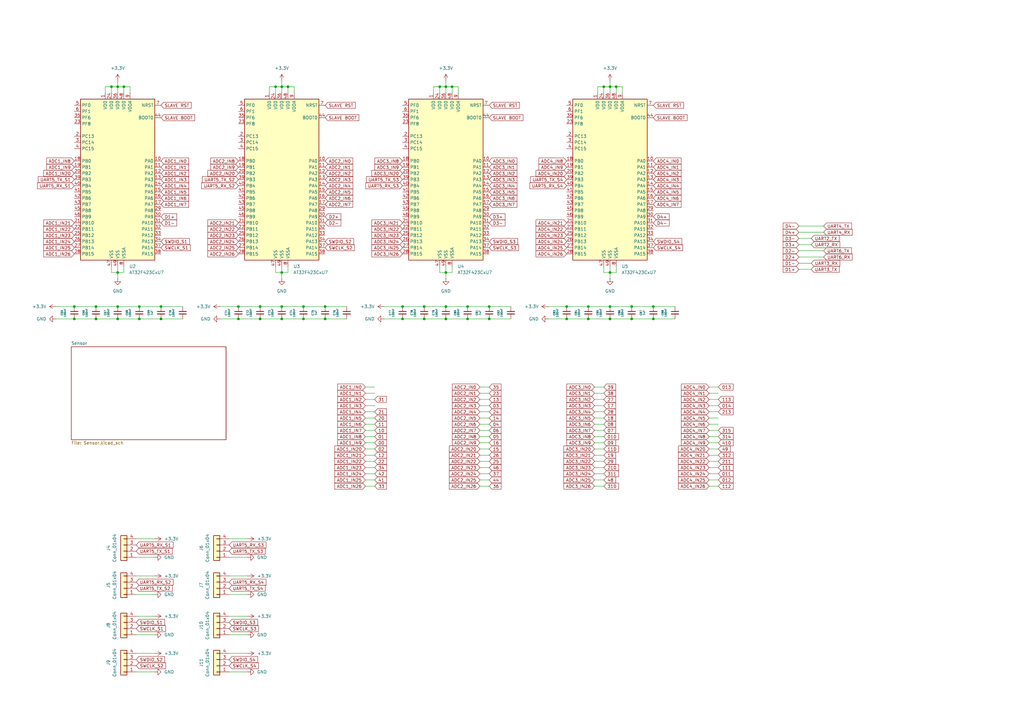
<source format=kicad_sch>
(kicad_sch (version 20231120) (generator "eeschema") (generator_version "8.0")
  (paper "A3")
  (junction (at 182.88 130.81))
  (junction (at 66.04 125.73))
  (junction (at 124.46 125.73))
  (junction (at 133.35 130.81))
  (junction (at 241.3 125.73))
  (junction (at 259.08 130.81))
  (junction (at 232.41 125.73))
  (junction (at 250.19 125.73))
  (junction (at 66.04 130.81))
  (junction (at 97.79 125.73))
  (junction (at 106.68 130.81))
  (junction (at 48.26 125.73))
  (junction (at 182.88 35.56))
  (junction (at 30.48 130.81))
  (junction (at 133.35 125.73))
  (junction (at 247.65 35.56))
  (junction (at 57.15 130.81))
  (junction (at 180.34 35.56))
  (junction (at 165.1 125.73))
  (junction (at 30.48 125.73))
  (junction (at 182.88 125.73))
  (junction (at 267.97 130.81))
  (junction (at 115.57 130.81))
  (junction (at 39.37 130.81))
  (junction (at 115.57 111.76))
  (junction (at 124.46 130.81))
  (junction (at 48.26 130.81))
  (junction (at 45.72 35.56))
  (junction (at 115.57 125.73))
  (junction (at 48.26 111.76))
  (junction (at 173.99 125.73))
  (junction (at 173.99 130.81))
  (junction (at 252.73 35.56))
  (junction (at 191.77 125.73))
  (junction (at 250.19 111.76))
  (junction (at 191.77 130.81))
  (junction (at 250.19 35.56))
  (junction (at 97.79 130.81))
  (junction (at 250.19 130.81))
  (junction (at 185.42 35.56))
  (junction (at 118.11 35.56))
  (junction (at 50.8 35.56))
  (junction (at 39.37 125.73))
  (junction (at 113.03 35.56))
  (junction (at 106.68 125.73))
  (junction (at 241.3 130.81))
  (junction (at 182.88 111.76))
  (junction (at 115.57 35.56))
  (junction (at 267.97 125.73))
  (junction (at 165.1 130.81))
  (junction (at 232.41 130.81))
  (junction (at 200.66 130.81))
  (junction (at 259.08 125.73))
  (junction (at 48.26 35.56))
  (junction (at 200.66 125.73))
  (junction (at 57.15 125.73))
  (wire (pts (xy 243.84 196.85) (xy 247.65 196.85)))
  (wire (pts (xy 149.86 163.83) (xy 153.67 163.83)))
  (wire (pts (xy 149.86 173.99) (xy 153.67 173.99)))
  (wire (pts (xy 45.72 111.76) (xy 48.26 111.76)))
  (wire (pts (xy 185.42 35.56) (xy 187.96 35.56)))
  (wire (pts (xy 252.73 111.76) (xy 252.73 109.22)))
  (wire (pts (xy 113.03 111.76) (xy 115.57 111.76)))
  (wire (pts (xy 57.15 130.81) (xy 66.04 130.81)))
  (wire (pts (xy 115.57 125.73) (xy 124.46 125.73)))
  (wire (pts (xy 39.37 125.73) (xy 48.26 125.73)))
  (wire (pts (xy 290.83 176.53) (xy 294.64 176.53)))
  (wire (pts (xy 48.26 111.76) (xy 50.8 111.76)))
  (wire (pts (xy 177.8 35.56) (xy 180.34 35.56)))
  (wire (pts (xy 118.11 35.56) (xy 120.65 35.56)))
  (wire (pts (xy 290.83 163.83) (xy 294.64 163.83)))
  (wire (pts (xy 124.46 130.81) (xy 133.35 130.81)))
  (wire (pts (xy 50.8 35.56) (xy 53.34 35.56)))
  (wire (pts (xy 243.84 171.45) (xy 247.65 171.45)))
  (wire (pts (xy 115.57 111.76) (xy 115.57 114.3)))
  (wire (pts (xy 110.49 38.1) (xy 110.49 35.56)))
  (wire (pts (xy 149.86 171.45) (xy 153.67 171.45)))
  (wire (pts (xy 290.83 191.77) (xy 294.64 191.77)))
  (wire (pts (xy 165.1 125.73) (xy 173.99 125.73)))
  (wire (pts (xy 245.11 38.1) (xy 245.11 35.56)))
  (wire (pts (xy 157.48 130.81) (xy 165.1 130.81)))
  (wire (pts (xy 182.88 125.73) (xy 191.77 125.73)))
  (wire (pts (xy 115.57 35.56) (xy 118.11 35.56)))
  (wire (pts (xy 243.84 161.29) (xy 247.65 161.29)))
  (wire (pts (xy 63.5 260.35) (xy 55.88 260.35)))
  (wire (pts (xy 243.84 158.75) (xy 247.65 158.75)))
  (wire (pts (xy 196.85 186.69) (xy 200.66 186.69)))
  (wire (pts (xy 149.86 179.07) (xy 153.67 179.07)))
  (wire (pts (xy 48.26 111.76) (xy 48.26 114.3)))
  (wire (pts (xy 48.26 33.02) (xy 48.26 35.56)))
  (wire (pts (xy 63.5 228.6) (xy 55.88 228.6)))
  (wire (pts (xy 243.84 168.91) (xy 247.65 168.91)))
  (wire (pts (xy 63.5 220.98) (xy 55.88 220.98)))
  (wire (pts (xy 39.37 130.81) (xy 48.26 130.81)))
  (wire (pts (xy 165.1 130.81) (xy 173.99 130.81)))
  (wire (pts (xy 255.27 35.56) (xy 255.27 38.1)))
  (wire (pts (xy 200.66 130.81) (xy 209.55 130.81)))
  (wire (pts (xy 63.5 243.84) (xy 55.88 243.84)))
  (wire (pts (xy 22.86 130.81) (xy 30.48 130.81)))
  (wire (pts (xy 149.86 191.77) (xy 153.67 191.77)))
  (wire (pts (xy 290.83 196.85) (xy 294.64 196.85)))
  (wire (pts (xy 196.85 181.61) (xy 200.66 181.61)))
  (wire (pts (xy 101.6 275.59) (xy 93.98 275.59)))
  (wire (pts (xy 196.85 171.45) (xy 200.66 171.45)))
  (wire (pts (xy 243.84 191.77) (xy 247.65 191.77)))
  (wire (pts (xy 66.04 125.73) (xy 74.93 125.73)))
  (wire (pts (xy 196.85 184.15) (xy 200.66 184.15)))
  (wire (pts (xy 247.65 35.56) (xy 250.19 35.56)))
  (wire (pts (xy 250.19 35.56) (xy 250.19 38.1)))
  (wire (pts (xy 45.72 35.56) (xy 45.72 38.1)))
  (wire (pts (xy 118.11 35.56) (xy 118.11 38.1)))
  (wire (pts (xy 45.72 109.22) (xy 45.72 111.76)))
  (wire (pts (xy 191.77 125.73) (xy 200.66 125.73)))
  (wire (pts (xy 45.72 35.56) (xy 48.26 35.56)))
  (wire (pts (xy 196.85 166.37) (xy 200.66 166.37)))
  (wire (pts (xy 250.19 111.76) (xy 250.19 114.3)))
  (wire (pts (xy 149.86 158.75) (xy 153.67 158.75)))
  (wire (pts (xy 30.48 125.73) (xy 39.37 125.73)))
  (wire (pts (xy 48.26 125.73) (xy 57.15 125.73)))
  (wire (pts (xy 241.3 125.73) (xy 250.19 125.73)))
  (wire (pts (xy 250.19 33.02) (xy 250.19 35.56)))
  (wire (pts (xy 187.96 35.56) (xy 187.96 38.1)))
  (wire (pts (xy 53.34 35.56) (xy 53.34 38.1)))
  (wire (pts (xy 149.86 166.37) (xy 153.67 166.37)))
  (wire (pts (xy 200.66 125.73) (xy 209.55 125.73)))
  (wire (pts (xy 48.26 35.56) (xy 50.8 35.56)))
  (wire (pts (xy 101.6 220.98) (xy 93.98 220.98)))
  (wire (pts (xy 63.5 267.97) (xy 55.88 267.97)))
  (wire (pts (xy 110.49 35.56) (xy 113.03 35.56)))
  (wire (pts (xy 252.73 35.56) (xy 252.73 38.1)))
  (wire (pts (xy 290.83 194.31) (xy 294.64 194.31)))
  (wire (pts (xy 290.83 199.39) (xy 294.64 199.39)))
  (wire (pts (xy 290.83 166.37) (xy 294.64 166.37)))
  (wire (pts (xy 90.17 130.81) (xy 97.79 130.81)))
  (wire (pts (xy 30.48 130.81) (xy 39.37 130.81)))
  (wire (pts (xy 185.42 35.56) (xy 185.42 38.1)))
  (wire (pts (xy 48.26 130.81) (xy 57.15 130.81)))
  (wire (pts (xy 290.83 168.91) (xy 294.64 168.91)))
  (wire (pts (xy 48.26 35.56) (xy 48.26 38.1)))
  (wire (pts (xy 243.84 173.99) (xy 247.65 173.99)))
  (wire (pts (xy 177.8 38.1) (xy 177.8 35.56)))
  (wire (pts (xy 290.83 173.99) (xy 294.64 173.99)))
  (wire (pts (xy 243.84 166.37) (xy 247.65 166.37)))
  (wire (pts (xy 149.86 184.15) (xy 153.67 184.15)))
  (wire (pts (xy 290.83 189.23) (xy 294.64 189.23)))
  (wire (pts (xy 196.85 199.39) (xy 200.66 199.39)))
  (wire (pts (xy 327.66 102.87) (xy 337.82 102.87)))
  (wire (pts (xy 101.6 267.97) (xy 93.98 267.97)))
  (wire (pts (xy 267.97 125.73) (xy 276.86 125.73)))
  (wire (pts (xy 149.86 196.85) (xy 153.67 196.85)))
  (wire (pts (xy 243.84 199.39) (xy 247.65 199.39)))
  (wire (pts (xy 113.03 109.22) (xy 113.03 111.76)))
  (wire (pts (xy 149.86 181.61) (xy 153.67 181.61)))
  (wire (pts (xy 48.26 109.22) (xy 48.26 111.76)))
  (wire (pts (xy 196.85 179.07) (xy 200.66 179.07)))
  (wire (pts (xy 133.35 125.73) (xy 142.24 125.73)))
  (wire (pts (xy 327.66 105.41) (xy 337.82 105.41)))
  (wire (pts (xy 173.99 130.81) (xy 182.88 130.81)))
  (wire (pts (xy 327.66 110.49) (xy 332.74 110.49)))
  (wire (pts (xy 224.79 130.81) (xy 232.41 130.81)))
  (wire (pts (xy 250.19 125.73) (xy 259.08 125.73)))
  (wire (pts (xy 22.86 125.73) (xy 30.48 125.73)))
  (wire (pts (xy 106.68 125.73) (xy 115.57 125.73)))
  (wire (pts (xy 250.19 111.76) (xy 252.73 111.76)))
  (wire (pts (xy 149.86 194.31) (xy 153.67 194.31)))
  (wire (pts (xy 106.68 130.81) (xy 115.57 130.81)))
  (wire (pts (xy 182.88 35.56) (xy 182.88 38.1)))
  (wire (pts (xy 182.88 109.22) (xy 182.88 111.76)))
  (wire (pts (xy 173.99 125.73) (xy 182.88 125.73)))
  (wire (pts (xy 97.79 130.81) (xy 106.68 130.81)))
  (wire (pts (xy 196.85 189.23) (xy 200.66 189.23)))
  (wire (pts (xy 191.77 130.81) (xy 200.66 130.81)))
  (wire (pts (xy 290.83 161.29) (xy 294.64 161.29)))
  (wire (pts (xy 259.08 125.73) (xy 267.97 125.73)))
  (wire (pts (xy 63.5 236.22) (xy 55.88 236.22)))
  (wire (pts (xy 250.19 35.56) (xy 252.73 35.56)))
  (wire (pts (xy 224.79 125.73) (xy 232.41 125.73)))
  (wire (pts (xy 250.19 109.22) (xy 250.19 111.76)))
  (wire (pts (xy 243.84 176.53) (xy 247.65 176.53)))
  (wire (pts (xy 118.11 111.76) (xy 118.11 109.22)))
  (wire (pts (xy 196.85 191.77) (xy 200.66 191.77)))
  (wire (pts (xy 115.57 33.02) (xy 115.57 35.56)))
  (wire (pts (xy 50.8 35.56) (xy 50.8 38.1)))
  (wire (pts (xy 182.88 130.81) (xy 191.77 130.81)))
  (wire (pts (xy 66.04 130.81) (xy 74.93 130.81)))
  (wire (pts (xy 115.57 111.76) (xy 118.11 111.76)))
  (wire (pts (xy 101.6 228.6) (xy 93.98 228.6)))
  (wire (pts (xy 290.83 184.15) (xy 294.64 184.15)))
  (wire (pts (xy 290.83 186.69) (xy 294.64 186.69)))
  (wire (pts (xy 337.82 92.71) (xy 327.66 92.71)))
  (wire (pts (xy 63.5 275.59) (xy 55.88 275.59)))
  (wire (pts (xy 149.86 161.29) (xy 153.67 161.29)))
  (wire (pts (xy 133.35 130.81) (xy 142.24 130.81)))
  (wire (pts (xy 252.73 35.56) (xy 255.27 35.56)))
  (wire (pts (xy 101.6 260.35) (xy 93.98 260.35)))
  (wire (pts (xy 182.88 35.56) (xy 185.42 35.56)))
  (wire (pts (xy 124.46 125.73) (xy 133.35 125.73)))
  (wire (pts (xy 290.83 171.45) (xy 294.64 171.45)))
  (wire (pts (xy 196.85 158.75) (xy 200.66 158.75)))
  (wire (pts (xy 157.48 125.73) (xy 165.1 125.73)))
  (wire (pts (xy 250.19 130.81) (xy 259.08 130.81)))
  (wire (pts (xy 97.79 125.73) (xy 106.68 125.73)))
  (wire (pts (xy 243.84 194.31) (xy 247.65 194.31)))
  (wire (pts (xy 149.86 168.91) (xy 153.67 168.91)))
  (wire (pts (xy 180.34 109.22) (xy 180.34 111.76)))
  (wire (pts (xy 113.03 35.56) (xy 113.03 38.1)))
  (wire (pts (xy 182.88 33.02) (xy 182.88 35.56)))
  (wire (pts (xy 149.86 176.53) (xy 153.67 176.53)))
  (wire (pts (xy 243.84 186.69) (xy 247.65 186.69)))
  (wire (pts (xy 259.08 130.81) (xy 267.97 130.81)))
  (wire (pts (xy 43.18 38.1) (xy 43.18 35.56)))
  (wire (pts (xy 327.66 107.95) (xy 332.74 107.95)))
  (wire (pts (xy 247.65 109.22) (xy 247.65 111.76)))
  (wire (pts (xy 196.85 161.29) (xy 200.66 161.29)))
  (wire (pts (xy 290.83 181.61) (xy 294.64 181.61)))
  (wire (pts (xy 43.18 35.56) (xy 45.72 35.56)))
  (wire (pts (xy 101.6 243.84) (xy 93.98 243.84)))
  (wire (pts (xy 232.41 130.81) (xy 241.3 130.81)))
  (wire (pts (xy 63.5 252.73) (xy 55.88 252.73)))
  (wire (pts (xy 115.57 35.56) (xy 115.57 38.1)))
  (wire (pts (xy 90.17 125.73) (xy 97.79 125.73)))
  (wire (pts (xy 149.86 199.39) (xy 153.67 199.39)))
  (wire (pts (xy 196.85 196.85) (xy 200.66 196.85)))
  (wire (pts (xy 50.8 111.76) (xy 50.8 109.22)))
  (wire (pts (xy 243.84 181.61) (xy 247.65 181.61)))
  (wire (pts (xy 232.41 125.73) (xy 241.3 125.73)))
  (wire (pts (xy 182.88 111.76) (xy 182.88 114.3)))
  (wire (pts (xy 243.84 163.83) (xy 247.65 163.83)))
  (wire (pts (xy 101.6 252.73) (xy 93.98 252.73)))
  (wire (pts (xy 149.86 186.69) (xy 153.67 186.69)))
  (wire (pts (xy 290.83 179.07) (xy 294.64 179.07)))
  (wire (pts (xy 247.65 35.56) (xy 247.65 38.1)))
  (wire (pts (xy 243.84 179.07) (xy 247.65 179.07)))
  (wire (pts (xy 149.86 189.23) (xy 153.67 189.23)))
  (wire (pts (xy 290.83 158.75) (xy 294.64 158.75)))
  (wire (pts (xy 196.85 176.53) (xy 200.66 176.53)))
  (wire (pts (xy 243.84 189.23) (xy 247.65 189.23)))
  (wire (pts (xy 57.15 125.73) (xy 66.04 125.73)))
  (wire (pts (xy 180.34 35.56) (xy 182.88 35.56)))
  (wire (pts (xy 327.66 97.79) (xy 332.74 97.79)))
  (wire (pts (xy 243.84 184.15) (xy 247.65 184.15)))
  (wire (pts (xy 196.85 194.31) (xy 200.66 194.31)))
  (wire (pts (xy 115.57 130.81) (xy 124.46 130.81)))
  (wire (pts (xy 180.34 35.56) (xy 180.34 38.1)))
  (wire (pts (xy 247.65 111.76) (xy 250.19 111.76)))
  (wire (pts (xy 241.3 130.81) (xy 250.19 130.81)))
  (wire (pts (xy 115.57 109.22) (xy 115.57 111.76)))
  (wire (pts (xy 337.82 95.25) (xy 327.66 95.25)))
  (wire (pts (xy 245.11 35.56) (xy 247.65 35.56)))
  (wire (pts (xy 327.66 100.33) (xy 332.74 100.33)))
  (wire (pts (xy 101.6 236.22) (xy 93.98 236.22)))
  (wire (pts (xy 180.34 111.76) (xy 182.88 111.76)))
  (wire (pts (xy 267.97 130.81) (xy 276.86 130.81)))
  (wire (pts (xy 196.85 163.83) (xy 200.66 163.83)))
  (wire (pts (xy 182.88 111.76) (xy 185.42 111.76)))
  (wire (pts (xy 185.42 111.76) (xy 185.42 109.22)))
  (wire (pts (xy 196.85 173.99) (xy 200.66 173.99)))
  (wire (pts (xy 113.03 35.56) (xy 115.57 35.56)))
  (wire (pts (xy 196.85 168.91) (xy 200.66 168.91)))
  (wire (pts (xy 120.65 35.56) (xy 120.65 38.1)))
  (global_label "SWDIO_S4" (shape input) (at 267.97 99.06 0) (property "Intersheetrefs" "${INTERSHEET_REFS}" (effects (hide yes))))
  (global_label "ADC1_IN22" (shape input) (at 30.48 93.98 180) (property "Intersheetrefs" "${INTERSHEET_REFS}" (effects (hide yes))))
  (global_label "UART5_TX_S3" (shape input) (at 93.98 226.06 0) (property "Intersheetrefs" "${INTERSHEET_REFS}" (effects (hide yes))))
  (global_label "ADC1_IN20" (shape input) (at 149.86 184.15 180) (property "Intersheetrefs" "${INTERSHEET_REFS}" (effects (hide yes))))
  (global_label "ADC3_IN4" (shape input) (at 200.66 76.2 0) (property "Intersheetrefs" "${INTERSHEET_REFS}" (effects (hide yes))))
  (global_label "ADC1_IN5" (shape input) (at 149.86 171.45 180) (property "Intersheetrefs" "${INTERSHEET_REFS}" (effects (hide yes))))
  (global_label "18" (shape input) (at 247.65 171.45 0) (property "Intersheetrefs" "${INTERSHEET_REFS}" (effects (hide yes))))
  (global_label "39" (shape input) (at 247.65 158.75 0) (property "Intersheetrefs" "${INTERSHEET_REFS}" (effects (hide yes))))
  (global_label "ADC3_IN5" (shape input) (at 200.66 78.74 0) (property "Intersheetrefs" "${INTERSHEET_REFS}" (effects (hide yes))))
  (global_label "ADC2_IN4" (shape input) (at 133.35 76.2 0) (property "Intersheetrefs" "${INTERSHEET_REFS}" (effects (hide yes))))
  (global_label "42" (shape input) (at 153.67 194.31 0) (property "Intersheetrefs" "${INTERSHEET_REFS}" (effects (hide yes))))
  (global_label "D2+" (shape input) (at 327.66 105.41 180) (property "Intersheetrefs" "${INTERSHEET_REFS}" (effects (hide yes))))
  (global_label "12" (shape input) (at 153.67 186.69 0) (property "Intersheetrefs" "${INTERSHEET_REFS}" (effects (hide yes))))
  (global_label "07" (shape input) (at 247.65 176.53 0) (property "Intersheetrefs" "${INTERSHEET_REFS}" (effects (hide yes))))
  (global_label "SLAVE BOOT" (shape input) (at 200.66 48.26 0) (property "Intersheetrefs" "${INTERSHEET_REFS}" (effects (hide yes))))
  (global_label "20" (shape input) (at 153.67 171.45 0) (property "Intersheetrefs" "${INTERSHEET_REFS}" (effects (hide yes))))
  (global_label "ADC3_IN8" (shape input) (at 165.1 66.04 180) (property "Intersheetrefs" "${INTERSHEET_REFS}" (effects (hide yes))))
  (global_label "UART5_TX_S2" (shape input) (at 55.88 241.3 0) (property "Intersheetrefs" "${INTERSHEET_REFS}" (effects (hide yes))))
  (global_label "10" (shape input) (at 153.67 176.53 0) (property "Intersheetrefs" "${INTERSHEET_REFS}" (effects (hide yes))))
  (global_label "ADC4_IN8" (shape input) (at 290.83 179.07 180) (property "Intersheetrefs" "${INTERSHEET_REFS}" (effects (hide yes))))
  (global_label "ADC4_IN0" (shape input) (at 267.97 66.04 0) (property "Intersheetrefs" "${INTERSHEET_REFS}" (effects (hide yes))))
  (global_label "ADC1_IN0" (shape input) (at 66.04 66.04 0) (property "Intersheetrefs" "${INTERSHEET_REFS}" (effects (hide yes))))
  (global_label "ADC2_IN22" (shape input) (at 196.85 189.23 180) (property "Intersheetrefs" "${INTERSHEET_REFS}" (effects (hide yes))))
  (global_label "211" (shape input) (at 294.64 189.23 0) (property "Intersheetrefs" "${INTERSHEET_REFS}" (effects (hide yes))))
  (global_label "ADC1_IN24" (shape input) (at 30.48 99.06 180) (property "Intersheetrefs" "${INTERSHEET_REFS}" (effects (hide yes))))
  (global_label "ADC4_IN23" (shape input) (at 290.83 191.77 180) (property "Intersheetrefs" "${INTERSHEET_REFS}" (effects (hide yes))))
  (global_label "34" (shape input) (at 153.67 191.77 0) (property "Intersheetrefs" "${INTERSHEET_REFS}" (effects (hide yes))))
  (global_label "UART5_RX_S1" (shape input) (at 30.48 76.2 180) (property "Intersheetrefs" "${INTERSHEET_REFS}" (effects (hide yes))))
  (global_label "23" (shape input) (at 200.66 161.29 0) (property "Intersheetrefs" "${INTERSHEET_REFS}" (effects (hide yes))))
  (global_label "ADC1_IN21" (shape input) (at 30.48 91.44 180) (property "Intersheetrefs" "${INTERSHEET_REFS}" (effects (hide yes))))
  (global_label "ADC2_IN7" (shape input) (at 196.85 176.53 180) (property "Intersheetrefs" "${INTERSHEET_REFS}" (effects (hide yes))))
  (global_label "13" (shape input) (at 200.66 163.83 0) (property "Intersheetrefs" "${INTERSHEET_REFS}" (effects (hide yes))))
  (global_label "111" (shape input) (at 294.64 191.77 0) (property "Intersheetrefs" "${INTERSHEET_REFS}" (effects (hide yes))))
  (global_label "ADC2_IN6" (shape input) (at 133.35 81.28 0) (property "Intersheetrefs" "${INTERSHEET_REFS}" (effects (hide yes))))
  (global_label "ADC4_IN3" (shape input) (at 267.97 73.66 0) (property "Intersheetrefs" "${INTERSHEET_REFS}" (effects (hide yes))))
  (global_label "ADC2_IN8" (shape input) (at 97.79 66.04 180) (property "Intersheetrefs" "${INTERSHEET_REFS}" (effects (hide yes))))
  (global_label "SWCLK_S3" (shape input) (at 93.98 257.81 0) (property "Intersheetrefs" "${INTERSHEET_REFS}" (effects (hide yes))))
  (global_label "33" (shape input) (at 153.67 199.39 0) (property "Intersheetrefs" "${INTERSHEET_REFS}" (effects (hide yes))))
  (global_label "26" (shape input) (at 200.66 186.69 0) (property "Intersheetrefs" "${INTERSHEET_REFS}" (effects (hide yes))))
  (global_label "UART5_TX_S4" (shape input) (at 93.98 241.3 0) (property "Intersheetrefs" "${INTERSHEET_REFS}" (effects (hide yes))))
  (global_label "SWDIO_S3" (shape input) (at 93.98 255.27 0) (property "Intersheetrefs" "${INTERSHEET_REFS}" (effects (hide yes))))
  (global_label "D1-" (shape input) (at 327.66 107.95 180) (property "Intersheetrefs" "${INTERSHEET_REFS}" (effects (hide yes))))
  (global_label "UART2_RX" (shape input) (at 332.74 100.33 0) (property "Intersheetrefs" "${INTERSHEET_REFS}" (effects (hide yes))))
  (global_label "ADC2_IN23" (shape input) (at 97.79 96.52 180) (property "Intersheetrefs" "${INTERSHEET_REFS}" (effects (hide yes))))
  (global_label "ADC2_IN0" (shape input) (at 196.85 158.75 180) (property "Intersheetrefs" "${INTERSHEET_REFS}" (effects (hide yes))))
  (global_label "SLAVE BOOT" (shape input) (at 133.35 48.26 0) (property "Intersheetrefs" "${INTERSHEET_REFS}" (effects (hide yes))))
  (global_label "ADC4_IN3" (shape input) (at 290.83 166.37 180) (property "Intersheetrefs" "${INTERSHEET_REFS}" (effects (hide yes))))
  (global_label "D3-" (shape input) (at 327.66 97.79 180) (property "Intersheetrefs" "${INTERSHEET_REFS}" (effects (hide yes))))
  (global_label "ADC3_IN24" (shape input) (at 243.84 194.31 180) (property "Intersheetrefs" "${INTERSHEET_REFS}" (effects (hide yes))))
  (global_label "36" (shape input) (at 200.66 199.39 0) (property "Intersheetrefs" "${INTERSHEET_REFS}" (effects (hide yes))))
  (global_label "02" (shape input) (at 153.67 184.15 0) (property "Intersheetrefs" "${INTERSHEET_REFS}" (effects (hide yes))))
  (global_label "SWCLK_S4" (shape input) (at 267.97 101.6 0) (property "Intersheetrefs" "${INTERSHEET_REFS}" (effects (hide yes))))
  (global_label "ADC3_IN20" (shape input) (at 243.84 184.15 180) (property "Intersheetrefs" "${INTERSHEET_REFS}" (effects (hide yes))))
  (global_label "27" (shape input) (at 247.65 163.83 0) (property "Intersheetrefs" "${INTERSHEET_REFS}" (effects (hide yes))))
  (global_label "ADC3_IN0" (shape input) (at 243.84 158.75 180) (property "Intersheetrefs" "${INTERSHEET_REFS}" (effects (hide yes))))
  (global_label "ADC1_IN22" (shape input) (at 149.86 189.23 180) (property "Intersheetrefs" "${INTERSHEET_REFS}" (effects (hide yes))))
  (global_label "312" (shape input) (at 294.64 186.69 0) (property "Intersheetrefs" "${INTERSHEET_REFS}" (effects (hide yes))))
  (global_label "ADC2_IN4" (shape input) (at 196.85 168.91 180) (property "Intersheetrefs" "${INTERSHEET_REFS}" (effects (hide yes))))
  (global_label "UART5_TX_S1" (shape input) (at 30.48 73.66 180) (property "Intersheetrefs" "${INTERSHEET_REFS}" (effects (hide yes))))
  (global_label "ADC3_IN25" (shape input) (at 165.1 101.6 180) (property "Intersheetrefs" "${INTERSHEET_REFS}" (effects (hide yes))))
  (global_label "D1-" (shape input) (at 66.04 91.44 0) (property "Intersheetrefs" "${INTERSHEET_REFS}" (effects (hide yes))))
  (global_label "ADC1_IN6" (shape input) (at 66.04 81.28 0) (property "Intersheetrefs" "${INTERSHEET_REFS}" (effects (hide yes))))
  (global_label "ADC4_IN22" (shape input) (at 290.83 189.23 180) (property "Intersheetrefs" "${INTERSHEET_REFS}" (effects (hide yes))))
  (global_label "ADC2_IN21" (shape input) (at 97.79 91.44 180) (property "Intersheetrefs" "${INTERSHEET_REFS}" (effects (hide yes))))
  (global_label "06" (shape input) (at 200.66 176.53 0) (property "Intersheetrefs" "${INTERSHEET_REFS}" (effects (hide yes))))
  (global_label "ADC4_IN5" (shape input) (at 290.83 171.45 180) (property "Intersheetrefs" "${INTERSHEET_REFS}" (effects (hide yes))))
  (global_label "315" (shape input) (at 294.64 176.53 0) (property "Intersheetrefs" "${INTERSHEET_REFS}" (effects (hide yes))))
  (global_label "012" (shape input) (at 294.64 196.85 0) (property "Intersheetrefs" "${INTERSHEET_REFS}" (effects (hide yes))))
  (global_label "01" (shape input) (at 153.67 179.07 0) (property "Intersheetrefs" "${INTERSHEET_REFS}" (effects (hide yes))))
  (global_label "112" (shape input) (at 294.64 199.39 0) (property "Intersheetrefs" "${INTERSHEET_REFS}" (effects (hide yes))))
  (global_label "19" (shape input) (at 247.65 186.69 0) (property "Intersheetrefs" "${INTERSHEET_REFS}" (effects (hide yes))))
  (global_label "ADC4_IN25" (shape input) (at 232.41 101.6 180) (property "Intersheetrefs" "${INTERSHEET_REFS}" (effects (hide yes))))
  (global_label "SWDIO_S1" (shape input) (at 66.04 99.06 0) (property "Intersheetrefs" "${INTERSHEET_REFS}" (effects (hide yes))))
  (global_label "ADC4_IN23" (shape input) (at 232.41 96.52 180) (property "Intersheetrefs" "${INTERSHEET_REFS}" (effects (hide yes))))
  (global_label "SWCLK_S3" (shape input) (at 200.66 101.6 0) (property "Intersheetrefs" "${INTERSHEET_REFS}" (effects (hide yes))))
  (global_label "ADC1_IN7" (shape input) (at 66.04 83.82 0) (property "Intersheetrefs" "${INTERSHEET_REFS}" (effects (hide yes))))
  (global_label "41" (shape input) (at 153.67 196.85 0) (property "Intersheetrefs" "${INTERSHEET_REFS}" (effects (hide yes))))
  (global_label "ADC3_IN23" (shape input) (at 243.84 191.77 180) (property "Intersheetrefs" "${INTERSHEET_REFS}" (effects (hide yes))))
  (global_label "ADC3_IN20" (shape input) (at 165.1 71.12 180) (property "Intersheetrefs" "${INTERSHEET_REFS}" (effects (hide yes))))
  (global_label "ADC4_IN26" (shape input) (at 232.41 104.14 180) (property "Intersheetrefs" "${INTERSHEET_REFS}" (effects (hide yes))))
  (global_label "ADC4_IN9" (shape input) (at 232.41 68.58 180) (property "Intersheetrefs" "${INTERSHEET_REFS}" (effects (hide yes))))
  (global_label "ADC4_IN0" (shape input) (at 290.83 158.75 180) (property "Intersheetrefs" "${INTERSHEET_REFS}" (effects (hide yes))))
  (global_label "16" (shape input) (at 200.66 181.61 0) (property "Intersheetrefs" "${INTERSHEET_REFS}" (effects (hide yes))))
  (global_label "ADC1_IN3" (shape input) (at 66.04 73.66 0) (property "Intersheetrefs" "${INTERSHEET_REFS}" (effects (hide yes))))
  (global_label "ADC1_IN25" (shape input) (at 30.48 101.6 180) (property "Intersheetrefs" "${INTERSHEET_REFS}" (effects (hide yes))))
  (global_label "UART5_TX_S2" (shape input) (at 97.79 73.66 180) (property "Intersheetrefs" "${INTERSHEET_REFS}" (effects (hide yes))))
  (global_label "ADC4_IN22" (shape input) (at 232.41 93.98 180) (property "Intersheetrefs" "${INTERSHEET_REFS}" (effects (hide yes))))
  (global_label "314" (shape input) (at 294.64 179.07 0) (property "Intersheetrefs" "${INTERSHEET_REFS}" (effects (hide yes))))
  (global_label "ADC4_IN2" (shape input) (at 290.83 163.83 180) (property "Intersheetrefs" "${INTERSHEET_REFS}" (effects (hide yes))))
  (global_label "ADC3_IN24" (shape input) (at 165.1 99.06 180) (property "Intersheetrefs" "${INTERSHEET_REFS}" (effects (hide yes))))
  (global_label "SWCLK_S1" (shape input) (at 55.88 257.81 0) (property "Intersheetrefs" "${INTERSHEET_REFS}" (effects (hide yes))))
  (global_label "38" (shape input) (at 247.65 161.29 0) (property "Intersheetrefs" "${INTERSHEET_REFS}" (effects (hide yes))))
  (global_label "ADC1_IN25" (shape input) (at 149.86 196.85 180) (property "Intersheetrefs" "${INTERSHEET_REFS}" (effects (hide yes))))
  (global_label "D3+" (shape input) (at 200.66 88.9 0) (property "Intersheetrefs" "${INTERSHEET_REFS}" (effects (hide yes))))
  (global_label "ADC2_IN3" (shape input) (at 133.35 73.66 0) (property "Intersheetrefs" "${INTERSHEET_REFS}" (effects (hide yes))))
  (global_label "ADC3_IN25" (shape input) (at 243.84 196.85 180) (property "Intersheetrefs" "${INTERSHEET_REFS}" (effects (hide yes))))
  (global_label "010" (shape input) (at 247.65 179.07 0) (property "Intersheetrefs" "${INTERSHEET_REFS}" (effects (hide yes))))
  (global_label "UART6_RX" (shape input) (at 337.82 105.41 0) (property "Intersheetrefs" "${INTERSHEET_REFS}" (effects (hide yes))))
  (global_label "ADC4_IN4" (shape input) (at 267.97 76.2 0) (property "Intersheetrefs" "${INTERSHEET_REFS}" (effects (hide yes))))
  (global_label "ADC2_IN5" (shape input) (at 196.85 171.45 180) (property "Intersheetrefs" "${INTERSHEET_REFS}" (effects (hide yes))))
  (global_label "D3+" (shape input) (at 327.66 100.33 180) (property "Intersheetrefs" "${INTERSHEET_REFS}" (effects (hide yes))))
  (global_label "04" (shape input) (at 200.66 173.99 0) (property "Intersheetrefs" "${INTERSHEET_REFS}" (effects (hide yes))))
  (global_label "ADC1_IN26" (shape input) (at 30.48 104.14 180) (property "Intersheetrefs" "${INTERSHEET_REFS}" (effects (hide yes))))
  (global_label "014" (shape input) (at 294.64 166.37 0) (property "Intersheetrefs" "${INTERSHEET_REFS}" (effects (hide yes))))
  (global_label "ADC3_IN0" (shape input) (at 200.66 66.04 0) (property "Intersheetrefs" "${INTERSHEET_REFS}" (effects (hide yes))))
  (global_label "ADC3_IN6" (shape input) (at 243.84 173.99 180) (property "Intersheetrefs" "${INTERSHEET_REFS}" (effects (hide yes))))
  (global_label "311" (shape input) (at 247.65 194.31 0) (property "Intersheetrefs" "${INTERSHEET_REFS}" (effects (hide yes))))
  (global_label "SWCLK_S2" (shape input) (at 55.88 273.05 0) (property "Intersheetrefs" "${INTERSHEET_REFS}" (effects (hide yes))))
  (global_label "ADC3_IN22" (shape input) (at 243.84 189.23 180) (property "Intersheetrefs" "${INTERSHEET_REFS}" (effects (hide yes))))
  (global_label "UART5_TX_S1" (shape input) (at 55.88 226.06 0) (property "Intersheetrefs" "${INTERSHEET_REFS}" (effects (hide yes))))
  (global_label "ADC1_IN1" (shape input) (at 66.04 68.58 0) (property "Intersheetrefs" "${INTERSHEET_REFS}" (effects (hide yes))))
  (global_label "ADC1_IN24" (shape input) (at 149.86 194.31 180) (property "Intersheetrefs" "${INTERSHEET_REFS}" (effects (hide yes))))
  (global_label "UART5_RX_S3" (shape input) (at 165.1 76.2 180) (property "Intersheetrefs" "${INTERSHEET_REFS}" (effects (hide yes))))
  (global_label "ADC2_IN25" (shape input) (at 196.85 196.85 180) (property "Intersheetrefs" "${INTERSHEET_REFS}" (effects (hide yes))))
  (global_label "D1+" (shape input) (at 66.04 88.9 0) (property "Intersheetrefs" "${INTERSHEET_REFS}" (effects (hide yes))))
  (global_label "03" (shape input) (at 200.66 166.37 0) (property "Intersheetrefs" "${INTERSHEET_REFS}" (effects (hide yes))))
  (global_label "ADC4_IN4" (shape input) (at 290.83 168.91 180) (property "Intersheetrefs" "${INTERSHEET_REFS}" (effects (hide yes))))
  (global_label "210" (shape input) (at 247.65 191.77 0) (property "Intersheetrefs" "${INTERSHEET_REFS}" (effects (hide yes))))
  (global_label "ADC3_IN3" (shape input) (at 200.66 73.66 0) (property "Intersheetrefs" "${INTERSHEET_REFS}" (effects (hide yes))))
  (global_label "SLAVE RST" (shape input) (at 66.04 43.18 0) (property "Intersheetrefs" "${INTERSHEET_REFS}" (effects (hide yes))))
  (global_label "ADC3_IN2" (shape input) (at 243.84 163.83 180) (property "Intersheetrefs" "${INTERSHEET_REFS}" (effects (hide yes))))
  (global_label "ADC2_IN1" (shape input) (at 196.85 161.29 180) (property "Intersheetrefs" "${INTERSHEET_REFS}" (effects (hide yes))))
  (global_label "D2-" (shape input) (at 133.35 91.44 0) (property "Intersheetrefs" "${INTERSHEET_REFS}" (effects (hide yes))))
  (global_label "ADC4_IN25" (shape input) (at 290.83 196.85 180) (property "Intersheetrefs" "${INTERSHEET_REFS}" (effects (hide yes))))
  (global_label "ADC2_IN20" (shape input) (at 196.85 184.15 180) (property "Intersheetrefs" "${INTERSHEET_REFS}" (effects (hide yes))))
  (global_label "17" (shape input) (at 247.65 166.37 0) (property "Intersheetrefs" "${INTERSHEET_REFS}" (effects (hide yes))))
  (global_label "00" (shape input) (at 153.67 181.61 0) (property "Intersheetrefs" "${INTERSHEET_REFS}" (effects (hide yes))))
  (global_label "UART4_TX" (shape input) (at 337.82 92.71 0) (property "Intersheetrefs" "${INTERSHEET_REFS}" (effects (hide yes))))
  (global_label "29" (shape input) (at 247.65 189.23 0) (property "Intersheetrefs" "${INTERSHEET_REFS}" (effects (hide yes))))
  (global_label "SLAVE RST" (shape input) (at 200.66 43.18 0) (property "Intersheetrefs" "${INTERSHEET_REFS}" (effects (hide yes))))
  (global_label "21" (shape input) (at 153.67 168.91 0) (property "Intersheetrefs" "${INTERSHEET_REFS}" (effects (hide yes))))
  (global_label "ADC2_IN22" (shape input) (at 97.79 93.98 180) (property "Intersheetrefs" "${INTERSHEET_REFS}" (effects (hide yes))))
  (global_label "ADC3_IN7" (shape input) (at 200.66 83.82 0) (property "Intersheetrefs" "${INTERSHEET_REFS}" (effects (hide yes))))
  (global_label "UART3_TX" (shape input) (at 332.74 110.49 0) (property "Intersheetrefs" "${INTERSHEET_REFS}" (effects (hide yes))))
  (global_label "25" (shape input) (at 200.66 189.23 0) (property "Intersheetrefs" "${INTERSHEET_REFS}" (effects (hide yes))))
  (global_label "ADC4_IN7" (shape input) (at 290.83 176.53 180) (property "Intersheetrefs" "${INTERSHEET_REFS}" (effects (hide yes))))
  (global_label "D4+" (shape input) (at 267.97 88.9 0) (property "Intersheetrefs" "${INTERSHEET_REFS}" (effects (hide yes))))
  (global_label "SLAVE BOOT" (shape input) (at 66.04 48.26 0) (property "Intersheetrefs" "${INTERSHEET_REFS}" (effects (hide yes))))
  (global_label "24" (shape input) (at 200.66 168.91 0) (property "Intersheetrefs" "${INTERSHEET_REFS}" (effects (hide yes))))
  (global_label "D4-" (shape input) (at 327.66 92.71 180) (property "Intersheetrefs" "${INTERSHEET_REFS}" (effects (hide yes))))
  (global_label "SWCLK_S4" (shape input) (at 93.98 273.05 0) (property "Intersheetrefs" "${INTERSHEET_REFS}" (effects (hide yes))))
  (global_label "ADC2_IN9" (shape input) (at 196.85 181.61 180) (property "Intersheetrefs" "${INTERSHEET_REFS}" (effects (hide yes))))
  (global_label "ADC3_IN26" (shape input) (at 243.84 199.39 180) (property "Intersheetrefs" "${INTERSHEET_REFS}" (effects (hide yes))))
  (global_label "ADC4_IN1" (shape input) (at 290.83 161.29 180) (property "Intersheetrefs" "${INTERSHEET_REFS}" (effects (hide yes))))
  (global_label "D4+" (shape input) (at 327.66 95.25 180) (property "Intersheetrefs" "${INTERSHEET_REFS}" (effects (hide yes))))
  (global_label "ADC4_IN20" (shape input) (at 232.41 71.12 180) (property "Intersheetrefs" "${INTERSHEET_REFS}" (effects (hide yes))))
  (global_label "SWDIO_S2" (shape input) (at 55.88 270.51 0) (property "Intersheetrefs" "${INTERSHEET_REFS}" (effects (hide yes))))
  (global_label "ADC2_IN0" (shape input) (at 133.35 66.04 0) (property "Intersheetrefs" "${INTERSHEET_REFS}" (effects (hide yes))))
  (global_label "UART2_TX" (shape input) (at 332.74 97.79 0) (property "Intersheetrefs" "${INTERSHEET_REFS}" (effects (hide yes))))
  (global_label "ADC3_IN7" (shape input) (at 243.84 176.53 180) (property "Intersheetrefs" "${INTERSHEET_REFS}" (effects (hide yes))))
  (global_label "ADC1_IN20" (shape input) (at 30.48 71.12 180) (property "Intersheetrefs" "${INTERSHEET_REFS}" (effects (hide yes))))
  (global_label "D4-" (shape input) (at 267.97 91.44 0) (property "Intersheetrefs" "${INTERSHEET_REFS}" (effects (hide yes))))
  (global_label "ADC1_IN7" (shape input) (at 149.86 176.53 180) (property "Intersheetrefs" "${INTERSHEET_REFS}" (effects (hide yes))))
  (global_label "ADC4_IN21" (shape input) (at 290.83 186.69 180) (property "Intersheetrefs" "${INTERSHEET_REFS}" (effects (hide yes))))
  (global_label "ADC3_IN23" (shape input) (at 165.1 96.52 180) (property "Intersheetrefs" "${INTERSHEET_REFS}" (effects (hide yes))))
  (global_label "05" (shape input) (at 200.66 179.07 0) (property "Intersheetrefs" "${INTERSHEET_REFS}" (effects (hide yes))))
  (global_label "ADC2_IN3" (shape input) (at 196.85 166.37 180) (property "Intersheetrefs" "${INTERSHEET_REFS}" (effects (hide yes))))
  (global_label "SLAVE RST" (shape input) (at 133.35 43.18 0) (property "Intersheetrefs" "${INTERSHEET_REFS}" (effects (hide yes))))
  (global_label "ADC1_IN4" (shape input) (at 149.86 168.91 180) (property "Intersheetrefs" "${INTERSHEET_REFS}" (effects (hide yes))))
  (global_label "28" (shape input) (at 247.65 168.91 0) (property "Intersheetrefs" "${INTERSHEET_REFS}" (effects (hide yes))))
  (global_label "ADC2_IN21" (shape input) (at 196.85 186.69 180) (property "Intersheetrefs" "${INTERSHEET_REFS}" (effects (hide yes))))
  (global_label "D1+" (shape input) (at 327.66 110.49 180) (property "Intersheetrefs" "${INTERSHEET_REFS}" (effects (hide yes))))
  (global_label "ADC4_IN24" (shape input) (at 290.83 194.31 180) (property "Intersheetrefs" "${INTERSHEET_REFS}" (effects (hide yes))))
  (global_label "ADC4_IN5" (shape input) (at 267.97 78.74 0) (property "Intersheetrefs" "${INTERSHEET_REFS}" (effects (hide yes))))
  (global_label "ADC2_IN2" (shape input) (at 196.85 163.83 180) (property "Intersheetrefs" "${INTERSHEET_REFS}" (effects (hide yes))))
  (global_label "35" (shape input) (at 200.66 158.75 0) (property "Intersheetrefs" "${INTERSHEET_REFS}" (effects (hide yes))))
  (global_label "ADC3_IN5" (shape input) (at 243.84 171.45 180) (property "Intersheetrefs" "${INTERSHEET_REFS}" (effects (hide yes))))
  (global_label "ADC4_IN1" (shape input) (at 267.97 68.58 0) (property "Intersheetrefs" "${INTERSHEET_REFS}" (effects (hide yes))))
  (global_label "ADC1_IN8" (shape input) (at 149.86 179.07 180) (property "Intersheetrefs" "${INTERSHEET_REFS}" (effects (hide yes))))
  (global_label "22" (shape input) (at 153.67 189.23 0) (property "Intersheetrefs" "${INTERSHEET_REFS}" (effects (hide yes))))
  (global_label "ADC4_IN6" (shape input) (at 267.97 81.28 0) (property "Intersheetrefs" "${INTERSHEET_REFS}" (effects (hide yes))))
  (global_label "ADC2_IN23" (shape input) (at 196.85 191.77 180) (property "Intersheetrefs" "${INTERSHEET_REFS}" (effects (hide yes))))
  (global_label "SWCLK_S1" (shape input) (at 66.04 101.6 0) (property "Intersheetrefs" "${INTERSHEET_REFS}" (effects (hide yes))))
  (global_label "ADC1_IN4" (shape input) (at 66.04 76.2 0) (property "Intersheetrefs" "${INTERSHEET_REFS}" (effects (hide yes))))
  (global_label "ADC1_IN9" (shape input) (at 30.48 68.58 180) (property "Intersheetrefs" "${INTERSHEET_REFS}" (effects (hide yes))))
  (global_label "ADC3_IN26" (shape input) (at 165.1 104.14 180) (property "Intersheetrefs" "${INTERSHEET_REFS}" (effects (hide yes))))
  (global_label "ADC2_IN25" (shape input) (at 97.79 101.6 180) (property "Intersheetrefs" "${INTERSHEET_REFS}" (effects (hide yes))))
  (global_label "UART5_RX_S2" (shape input) (at 97.79 76.2 180) (property "Intersheetrefs" "${INTERSHEET_REFS}" (effects (hide yes))))
  (global_label "ADC3_IN1" (shape input) (at 243.84 161.29 180) (property "Intersheetrefs" "${INTERSHEET_REFS}" (effects (hide yes))))
  (global_label "UART5_RX_S3" (shape input) (at 93.98 223.52 0) (property "Intersheetrefs" "${INTERSHEET_REFS}" (effects (hide yes))))
  (global_label "ADC4_IN9" (shape input) (at 290.83 181.61 180) (property "Intersheetrefs" "${INTERSHEET_REFS}" (effects (hide yes))))
  (global_label "ADC3_IN6" (shape input) (at 200.66 81.28 0) (property "Intersheetrefs" "${INTERSHEET_REFS}" (effects (hide yes))))
  (global_label "ADC3_IN21" (shape input) (at 243.84 186.69 180) (property "Intersheetrefs" "${INTERSHEET_REFS}" (effects (hide yes))))
  (global_label "ADC4_IN26" (shape input) (at 290.83 199.39 180) (property "Intersheetrefs" "${INTERSHEET_REFS}" (effects (hide yes))))
  (global_label "ADC4_IN2" (shape input) (at 267.97 71.12 0) (property "Intersheetrefs" "${INTERSHEET_REFS}" (effects (hide yes))))
  (global_label "UART4_RX" (shape input) (at 337.82 95.25 0) (property "Intersheetrefs" "${INTERSHEET_REFS}" (effects (hide yes))))
  (global_label "UART5_TX_S4" (shape input) (at 232.41 73.66 180) (property "Intersheetrefs" "${INTERSHEET_REFS}" (effects (hide yes))))
  (global_label "213" (shape input) (at 294.64 168.91 0) (property "Intersheetrefs" "${INTERSHEET_REFS}" (effects (hide yes))))
  (global_label "ADC1_IN21" (shape input) (at 149.86 186.69 180) (property "Intersheetrefs" "${INTERSHEET_REFS}" (effects (hide yes))))
  (global_label "ADC1_IN3" (shape input) (at 149.86 166.37 180) (property "Intersheetrefs" "${INTERSHEET_REFS}" (effects (hide yes))))
  (global_label "SLAVE RST" (shape input) (at 267.97 43.18 0) (property "Intersheetrefs" "${INTERSHEET_REFS}" (effects (hide yes))))
  (global_label "D2-" (shape input) (at 327.66 102.87 180) (property "Intersheetrefs" "${INTERSHEET_REFS}" (effects (hide yes))))
  (global_label "UART5_RX_S1" (shape input) (at 55.88 223.52 0) (property "Intersheetrefs" "${INTERSHEET_REFS}" (effects (hide yes))))
  (global_label "113" (shape input) (at 294.64 163.83 0) (property "Intersheetrefs" "${INTERSHEET_REFS}" (effects (hide yes))))
  (global_label "14" (shape input) (at 200.66 171.45 0) (property "Intersheetrefs" "${INTERSHEET_REFS}" (effects (hide yes))))
  (global_label "ADC1_IN5" (shape input) (at 66.04 78.74 0) (property "Intersheetrefs" "${INTERSHEET_REFS}" (effects (hide yes))))
  (global_label "08" (shape input) (at 247.65 173.99 0) (property "Intersheetrefs" "${INTERSHEET_REFS}" (effects (hide yes))))
  (global_label "ADC2_IN26" (shape input) (at 97.79 104.14 180) (property "Intersheetrefs" "${INTERSHEET_REFS}" (effects (hide yes))))
  (global_label "ADC2_IN8" (shape input) (at 196.85 179.07 180) (property "Intersheetrefs" "${INTERSHEET_REFS}" (effects (hide yes))))
  (global_label "ADC1_IN23" (shape input) (at 149.86 191.77 180) (property "Intersheetrefs" "${INTERSHEET_REFS}" (effects (hide yes))))
  (global_label "09" (shape input) (at 247.65 181.61 0) (property "Intersheetrefs" "${INTERSHEET_REFS}" (effects (hide yes))))
  (global_label "ADC3_IN21" (shape input) (at 165.1 91.44 180) (property "Intersheetrefs" "${INTERSHEET_REFS}" (effects (hide yes))))
  (global_label "SWDIO_S3" (shape input) (at 200.66 99.06 0) (property "Intersheetrefs" "${INTERSHEET_REFS}" (effects (hide yes))))
  (global_label "ADC4_IN8" (shape input) (at 232.41 66.04 180) (property "Intersheetrefs" "${INTERSHEET_REFS}" (effects (hide yes))))
  (global_label "ADC4_IN21" (shape input) (at 232.41 91.44 180) (property "Intersheetrefs" "${INTERSHEET_REFS}" (effects (hide yes))))
  (global_label "ADC2_IN6" (shape input) (at 196.85 173.99 180) (property "Intersheetrefs" "${INTERSHEET_REFS}" (effects (hide yes))))
  (global_label "ADC1_IN0" (shape input) (at 149.86 158.75 180) (property "Intersheetrefs" "${INTERSHEET_REFS}" (effects (hide yes))))
  (global_label "ADC3_IN9" (shape input) (at 165.1 68.58 180) (property "Intersheetrefs" "${INTERSHEET_REFS}" (effects (hide yes))))
  (global_label "48" (shape input) (at 247.65 196.85 0) (property "Intersheetrefs" "${INTERSHEET_REFS}" (effects (hide yes))))
  (global_label "SLAVE BOOT" (shape input) (at 267.97 48.26 0) (property "Intersheetrefs" "${INTERSHEET_REFS}" (effects (hide yes))))
  (global_label "44" (shape input) (at 200.66 196.85 0) (property "Intersheetrefs" "${INTERSHEET_REFS}" (effects (hide yes))))
  (global_label "ADC3_IN8" (shape input) (at 243.84 179.07 180) (property "Intersheetrefs" "${INTERSHEET_REFS}" (effects (hide yes))))
  (global_label "ADC3_IN2" (shape input) (at 200.66 71.12 0) (property "Intersheetrefs" "${INTERSHEET_REFS}" (effects (hide yes))))
  (global_label "ADC1_IN9" (shape input) (at 149.86 181.61 180) (property "Intersheetrefs" "${INTERSHEET_REFS}" (effects (hide yes))))
  (global_label "ADC1_IN8" (shape input) (at 30.48 66.04 180) (property "Intersheetrefs" "${INTERSHEET_REFS}" (effects (hide yes))))
  (global_label "46" (shape input) (at 200.66 191.77 0) (property "Intersheetrefs" "${INTERSHEET_REFS}" (effects (hide yes))))
  (global_label "ADC2_IN9" (shape input) (at 97.79 68.58 180) (property "Intersheetrefs" "${INTERSHEET_REFS}" (effects (hide yes))))
  (global_label "ADC4_IN6" (shape input) (at 290.83 173.99 180) (property "Intersheetrefs" "${INTERSHEET_REFS}" (effects (hide yes))))
  (global_label "ADC4_IN20" (shape input) (at 290.83 184.15 180) (property "Intersheetrefs" "${INTERSHEET_REFS}" (effects (hide yes))))
  (global_label "ADC2_IN5" (shape input) (at 133.35 78.74 0) (property "Intersheetrefs" "${INTERSHEET_REFS}" (effects (hide yes))))
  (global_label "ADC4_IN7" (shape input) (at 267.97 83.82 0) (property "Intersheetrefs" "${INTERSHEET_REFS}" (effects (hide yes))))
  (global_label "013" (shape input) (at 294.64 158.75 0) (property "Intersheetrefs" "${INTERSHEET_REFS}" (effects (hide yes))))
  (global_label "SWCLK_S2" (shape input) (at 133.35 101.6 0) (property "Intersheetrefs" "${INTERSHEET_REFS}" (effects (hide yes))))
  (global_label "410" (shape input) (at 294.64 181.61 0) (property "Intersheetrefs" "${INTERSHEET_REFS}" (effects (hide yes))))
  (global_label "SWDIO_S4" (shape input) (at 93.98 270.51 0) (property "Intersheetrefs" "${INTERSHEET_REFS}" (effects (hide yes))))
  (global_label "ADC1_IN26" (shape input) (at 149.86 199.39 180) (property "Intersheetrefs" "${INTERSHEET_REFS}" (effects (hide yes))))
  (global_label "49" (shape input) (at 294.64 184.15 0) (property "Intersheetrefs" "${INTERSHEET_REFS}" (effects (hide yes))))
  (global_label "11" (shape input) (at 153.67 173.99 0) (property "Intersheetrefs" "${INTERSHEET_REFS}" (effects (hide yes))))
  (global_label "UART5_RX_S4" (shape input) (at 232.41 76.2 180) (property "Intersheetrefs" "${INTERSHEET_REFS}" (effects (hide yes))))
  (global_label "ADC2_IN7" (shape input) (at 133.35 83.82 0) (property "Intersheetrefs" "${INTERSHEET_REFS}" (effects (hide yes))))
  (global_label "110" (shape input) (at 247.65 184.15 0) (property "Intersheetrefs" "${INTERSHEET_REFS}" (effects (hide yes))))
  (global_label "UART3_RX" (shape input) (at 332.74 107.95 0) (property "Intersheetrefs" "${INTERSHEET_REFS}" (effects (hide yes))))
  (global_label "ADC3_IN3" (shape input) (at 243.84 166.37 180) (property "Intersheetrefs" "${INTERSHEET_REFS}" (effects (hide yes))))
  (global_label "ADC1_IN2" (shape input) (at 149.86 163.83 180) (property "Intersheetrefs" "${INTERSHEET_REFS}" (effects (hide yes))))
  (global_label "ADC2_IN20" (shape input) (at 97.79 71.12 180) (property "Intersheetrefs" "${INTERSHEET_REFS}" (effects (hide yes))))
  (global_label "011" (shape input) (at 294.64 194.31 0) (property "Intersheetrefs" "${INTERSHEET_REFS}" (effects (hide yes))))
  (global_label "D3-" (shape input) (at 200.66 91.44 0) (property "Intersheetrefs" "${INTERSHEET_REFS}" (effects (hide yes))))
  (global_label "UART5_TX_S3" (shape input) (at 165.1 73.66 180) (property "Intersheetrefs" "${INTERSHEET_REFS}" (effects (hide yes))))
  (global_label "D2+" (shape input) (at 133.35 88.9 0) (property "Intersheetrefs" "${INTERSHEET_REFS}" (effects (hide yes))))
  (global_label "UART6_TX" (shape input) (at 337.82 102.87 0) (property "Intersheetrefs" "${INTERSHEET_REFS}" (effects (hide yes))))
  (global_label "ADC3_IN9" (shape input) (at 243.84 181.61 180) (property "Intersheetrefs" "${INTERSHEET_REFS}" (effects (hide yes))))
  (global_label "SWDIO_S2" (shape input) (at 133.35 99.06 0) (property "Intersheetrefs" "${INTERSHEET_REFS}" (effects (hide yes))))
  (global_label "ADC2_IN26" (shape input) (at 196.85 199.39 180) (property "Intersheetrefs" "${INTERSHEET_REFS}" (effects (hide yes))))
  (global_label "ADC2_IN24" (shape input) (at 97.79 99.06 180) (property "Intersheetrefs" "${INTERSHEET_REFS}" (effects (hide yes))))
  (global_label "UART5_RX_S4" (shape input) (at 93.98 238.76 0) (property "Intersheetrefs" "${INTERSHEET_REFS}" (effects (hide yes))))
  (global_label "SWDIO_S1" (shape input) (at 55.88 255.27 0) (property "Intersheetrefs" "${INTERSHEET_REFS}" (effects (hide yes))))
  (global_label "ADC1_IN6" (shape input) (at 149.86 173.99 180) (property "Intersheetrefs" "${INTERSHEET_REFS}" (effects (hide yes))))
  (global_label "37" (shape input) (at 200.66 194.31 0) (property "Intersheetrefs" "${INTERSHEET_REFS}" (effects (hide yes))))
  (global_label "ADC3_IN4" (shape input) (at 243.84 168.91 180) (property "Intersheetrefs" "${INTERSHEET_REFS}" (effects (hide yes))))
  (global_label "310" (shape input) (at 247.65 199.39 0) (property "Intersheetrefs" "${INTERSHEET_REFS}" (effects (hide yes))))
  (global_label "ADC1_IN23" (shape input) (at 30.48 96.52 180) (property "Intersheetrefs" "${INTERSHEET_REFS}" (effects (hide yes))))
  (global_label "ADC1_IN2" (shape input) (at 66.04 71.12 0) (property "Intersheetrefs" "${INTERSHEET_REFS}" (effects (hide yes))))
  (global_label "ADC1_IN1" (shape input) (at 149.86 161.29 180) (property "Intersheetrefs" "${INTERSHEET_REFS}" (effects (hide yes))))
  (global_label "UART5_RX_S2" (shape input) (at 55.88 238.76 0) (property "Intersheetrefs" "${INTERSHEET_REFS}" (effects (hide yes))))
  (global_label "ADC4_IN24" (shape input) (at 232.41 99.06 180) (property "Intersheetrefs" "${INTERSHEET_REFS}" (effects (hide yes))))
  (global_label "ADC2_IN2" (shape input) (at 133.35 71.12 0) (property "Intersheetrefs" "${INTERSHEET_REFS}" (effects (hide yes))))
  (global_label "31" (shape input) (at 153.67 163.83 0) (property "Intersheetrefs" "${INTERSHEET_REFS}" (effects (hide yes))))
  (global_label "ADC3_IN22" (shape input) (at 165.1 93.98 180) (property "Intersheetrefs" "${INTERSHEET_REFS}" (effects (hide yes))))
  (global_label "ADC2_IN1" (shape input) (at 133.35 68.58 0) (property "Intersheetrefs" "${INTERSHEET_REFS}" (effects (hide yes))))
  (global_label "ADC2_IN24" (shape input) (at 196.85 194.31 180) (property "Intersheetrefs" "${INTERSHEET_REFS}" (effects (hide yes))))
  (global_label "ADC3_IN1" (shape input) (at 200.66 68.58 0) (property "Intersheetrefs" "${INTERSHEET_REFS}" (effects (hide yes))))
  (global_label "15" (shape input) (at 200.66 184.15 0) (property "Intersheetrefs" "${INTERSHEET_REFS}" (effects (hide yes))))
  (symbol (lib_id "Device:C_Small") (at 115.57 128.27 0) (unit 1)
    (property "Reference" "C73" (at 110.49 128.2764 90) (effects (font (size 0.75 0.75))))
    (property "Value" "100nF" (at 111.76 128.2764 90) (effects (font (size 0.75 0.75))))
    (property "Footprint" "Common_Footprint:C_0402" (effects (hide yes)))
    (property "Description" "Unpolarized capacitor, small symbol" (effects (hide yes)))
  )
  (symbol (lib_id "power:GND") (at 101.6 243.84 90) (unit 1)
    (property "Reference" "#PWR140" (effects (hide yes)))
    (property "Value" "GND" (at 105.41 243.8399 90) (effects (justify right)))
    (property "Description" "Power symbol creates a global label with name \"GND\" , ground" (effects (hide yes)))
  )
  (symbol (lib_id "Device:C_Small") (at 74.93 128.27 0) (unit 1)
    (property "Reference" "C70" (at 69.85 128.2764 90) (effects (font (size 0.75 0.75))))
    (property "Value" "100nF" (at 71.12 128.2764 90) (effects (font (size 0.75 0.75))))
    (property "Footprint" "Common_Footprint:C_0402" (effects (hide yes)))
    (property "Description" "Unpolarized capacitor, small symbol" (effects (hide yes)))
  )
  (symbol (lib_id "Device:C_Small") (at 97.79 128.27 0) (unit 1)
    (property "Reference" "C71" (at 92.71 128.2764 90) (effects (font (size 0.75 0.75))))
    (property "Value" "100nF" (at 93.98 128.2764 90) (effects (font (size 0.75 0.75))))
    (property "Footprint" "Common_Footprint:C_0402" (effects (hide yes)))
    (property "Description" "Unpolarized capacitor, small symbol" (effects (hide yes)))
  )
  (symbol (lib_id "MCU_Artery_AT32F42:AT32F423CxU7") (at 48.26 73.66 0) (unit 1)
    (property "Reference" "U2" (at 52.9941 109.22 0) (effects (justify left)))
    (property "Value" "AT32F423CxU7" (at 52.9941 111.76 0) (effects (justify left)))
    (property "Footprint" "Artery_MCU:QFN-48_6x6mm_ThermalVias" (effects (hide yes)))
    (property "Datasheet" "https://www.arterychip.com/download/DS/DS_AT32F423_V2.00_EN.pdf" (effects (hide yes)))
    (property "Description" "ARM Cortex-M4F MCU, 64 ~ 256KB flash, 32 ~ 48KB RAM, 150MHz, 2.4-3.6V, 39 GPIO, QFN-48" (effects (hide yes)))
  )
  (symbol (lib_id "Device:C_Small") (at 48.26 128.27 0) (unit 1)
    (property "Reference" "C67" (at 43.18 128.2764 90) (effects (font (size 0.75 0.75))))
    (property "Value" "100nF" (at 44.45 128.2764 90) (effects (font (size 0.75 0.75))))
    (property "Footprint" "Common_Footprint:C_0402" (effects (hide yes)))
    (property "Description" "Unpolarized capacitor, small symbol" (effects (hide yes)))
  )
  (symbol (lib_id "Connector_Generic:Conn_01x04") (at 50.8 257.81 180) (unit 1)
    (property "Reference" "J8" (at 44.45 256.54 90))
    (property "Value" "Conn_01x04" (at 46.99 256.54 90))
    (property "Footprint" "Connector_PinHeader_2.54mm:PinHeader_1x04_P2.54mm_Vertical" (effects (hide yes)))
    (property "Description" "Generic connector, single row, 01x04, script generated (kicad-library-utils/schlib/autogen/connector/)" (effects (hide yes)))
  )
  (symbol (lib_id "Connector_Generic:Conn_01x04") (at 88.9 226.06 180) (unit 1)
    (property "Reference" "J6" (at 82.55 224.79 90))
    (property "Value" "Conn_01x04" (at 85.09 224.79 90))
    (property "Footprint" "Connector_PinHeader_2.54mm:PinHeader_1x04_P2.54mm_Vertical" (effects (hide yes)))
    (property "Description" "Generic connector, single row, 01x04, script generated (kicad-library-utils/schlib/autogen/connector/)" (effects (hide yes)))
  )
  (symbol (lib_id "power:GND") (at 63.5 243.84 90) (unit 1)
    (property "Reference" "#PWR136" (effects (hide yes)))
    (property "Value" "GND" (at 67.31 243.8399 90) (effects (justify right)))
    (property "Description" "Power symbol creates a global label with name \"GND\" , ground" (effects (hide yes)))
  )
  (symbol (lib_id "power:GND") (at 250.19 114.3 0) (unit 1)
    (property "Reference" "#PWR11" (effects (hide yes)))
    (property "Value" "GND" (at 250.19 119.38 0))
    (property "Description" "Power symbol creates a global label with name \"GND\" , ground" (effects (hide yes)))
  )
  (symbol (lib_id "power:GND") (at 22.86 130.81 270) (unit 1)
    (property "Reference" "#PWR87" (effects (hide yes)))
    (property "Value" "GND" (at 19.05 130.8099 90) (effects (justify right)))
    (property "Description" "Power symbol creates a global label with name \"GND\" , ground" (effects (hide yes)))
  )
  (symbol (lib_id "Device:C_Small") (at 124.46 128.27 0) (unit 1)
    (property "Reference" "C74" (at 119.38 128.2764 90) (effects (font (size 0.75 0.75))))
    (property "Value" "100nF" (at 120.65 128.2764 90) (effects (font (size 0.75 0.75))))
    (property "Footprint" "Common_Footprint:C_0402" (effects (hide yes)))
    (property "Description" "Unpolarized capacitor, small symbol" (effects (hide yes)))
  )
  (symbol (lib_id "power:GND") (at 115.57 114.3 0) (unit 1)
    (property "Reference" "#PWR9" (effects (hide yes)))
    (property "Value" "GND" (at 115.57 119.38 0))
    (property "Description" "Power symbol creates a global label with name \"GND\" , ground" (effects (hide yes)))
  )
  (symbol (lib_id "Device:C_Small") (at 57.15 128.27 0) (unit 1)
    (property "Reference" "C68" (at 52.07 128.2764 90) (effects (font (size 0.75 0.75))))
    (property "Value" "100nF" (at 53.34 128.2764 90) (effects (font (size 0.75 0.75))))
    (property "Footprint" "Common_Footprint:C_0402" (effects (hide yes)))
    (property "Description" "Unpolarized capacitor, small symbol" (effects (hide yes)))
  )
  (symbol (lib_id "power:+3.3V") (at 101.6 267.97 270) (unit 1)
    (property "Reference" "#PWR147" (effects (hide yes)))
    (property "Value" "+3.3V" (at 105.41 267.9699 90) (effects (justify left)))
    (property "Description" "Power symbol creates a global label with name \"+3.3V\"" (effects (hide yes)))
  )
  (symbol (lib_id "Device:C_Small") (at 232.41 128.27 0) (unit 1)
    (property "Reference" "C83" (at 227.33 128.2764 90) (effects (font (size 0.75 0.75))))
    (property "Value" "100nF" (at 228.6 128.2764 90) (effects (font (size 0.75 0.75))))
    (property "Footprint" "Common_Footprint:C_0402" (effects (hide yes)))
    (property "Description" "Unpolarized capacitor, small symbol" (effects (hide yes)))
  )
  (symbol (lib_id "Device:C_Small") (at 30.48 128.27 0) (unit 1)
    (property "Reference" "C65" (at 25.4 128.2764 90) (effects (font (size 0.75 0.75))))
    (property "Value" "100nF" (at 26.67 128.2764 90) (effects (font (size 0.75 0.75))))
    (property "Footprint" "Common_Footprint:C_0402" (effects (hide yes)))
    (property "Description" "Unpolarized capacitor, small symbol" (effects (hide yes)))
  )
  (symbol (lib_id "Connector_Generic:Conn_01x04") (at 50.8 241.3 180) (unit 1)
    (property "Reference" "J5" (at 44.45 240.03 90))
    (property "Value" "Conn_01x04" (at 46.99 240.03 90))
    (property "Footprint" "Connector_PinHeader_2.54mm:PinHeader_1x04_P2.54mm_Vertical" (effects (hide yes)))
    (property "Description" "Generic connector, single row, 01x04, script generated (kicad-library-utils/schlib/autogen/connector/)" (effects (hide yes)))
  )
  (symbol (lib_id "power:+3.3V") (at 115.57 33.02 0) (unit 1)
    (property "Reference" "#PWR5" (effects (hide yes)))
    (property "Value" "+3.3V" (at 115.57 27.94 0))
    (property "Description" "Power symbol creates a global label with name \"+3.3V\"" (effects (hide yes)))
  )
  (symbol (lib_id "Device:C_Small") (at 259.08 128.27 0) (unit 1)
    (property "Reference" "C86" (at 254 128.2764 90) (effects (font (size 0.75 0.75))))
    (property "Value" "100nF" (at 255.27 128.2764 90) (effects (font (size 0.75 0.75))))
    (property "Footprint" "Common_Footprint:C_0402" (effects (hide yes)))
    (property "Description" "Unpolarized capacitor, small symbol" (effects (hide yes)))
  )
  (symbol (lib_id "power:GND") (at 101.6 275.59 90) (unit 1)
    (property "Reference" "#PWR148" (effects (hide yes)))
    (property "Value" "GND" (at 105.41 275.5899 90) (effects (justify right)))
    (property "Description" "Power symbol creates a global label with name \"GND\" , ground" (effects (hide yes)))
  )
  (symbol (lib_id "power:GND") (at 63.5 275.59 90) (unit 1)
    (property "Reference" "#PWR144" (effects (hide yes)))
    (property "Value" "GND" (at 67.31 275.5899 90) (effects (justify right)))
    (property "Description" "Power symbol creates a global label with name \"GND\" , ground" (effects (hide yes)))
  )
  (symbol (lib_id "Device:C_Small") (at 182.88 128.27 0) (unit 1)
    (property "Reference" "C79" (at 177.8 128.2764 90) (effects (font (size 0.75 0.75))))
    (property "Value" "100nF" (at 179.07 128.2764 90) (effects (font (size 0.75 0.75))))
    (property "Footprint" "Common_Footprint:C_0402" (effects (hide yes)))
    (property "Description" "Unpolarized capacitor, small symbol" (effects (hide yes)))
  )
  (symbol (lib_id "Device:C_Small") (at 165.1 128.27 0) (unit 1)
    (property "Reference" "C77" (at 160.02 128.2764 90) (effects (font (size 0.75 0.75))))
    (property "Value" "100nF" (at 161.29 128.2764 90) (effects (font (size 0.75 0.75))))
    (property "Footprint" "Common_Footprint:C_0402" (effects (hide yes)))
    (property "Description" "Unpolarized capacitor, small symbol" (effects (hide yes)))
  )
  (symbol (lib_id "power:+3.3V") (at 63.5 267.97 270) (unit 1)
    (property "Reference" "#PWR143" (effects (hide yes)))
    (property "Value" "+3.3V" (at 67.31 267.9699 90) (effects (justify left)))
    (property "Description" "Power symbol creates a global label with name \"+3.3V\"" (effects (hide yes)))
  )
  (symbol (lib_id "power:+3.3V") (at 63.5 252.73 270) (unit 1)
    (property "Reference" "#PWR141" (effects (hide yes)))
    (property "Value" "+3.3V" (at 67.31 252.7299 90) (effects (justify left)))
    (property "Description" "Power symbol creates a global label with name \"+3.3V\"" (effects (hide yes)))
  )
  (symbol (lib_id "power:+3.3V") (at 101.6 252.73 270) (unit 1)
    (property "Reference" "#PWR145" (effects (hide yes)))
    (property "Value" "+3.3V" (at 105.41 252.7299 90) (effects (justify left)))
    (property "Description" "Power symbol creates a global label with name \"+3.3V\"" (effects (hide yes)))
  )
  (symbol (lib_id "Device:C_Small") (at 173.99 128.27 0) (unit 1)
    (property "Reference" "C78" (at 168.91 128.2764 90) (effects (font (size 0.75 0.75))))
    (property "Value" "100nF" (at 170.18 128.2764 90) (effects (font (size 0.75 0.75))))
    (property "Footprint" "Common_Footprint:C_0402" (effects (hide yes)))
    (property "Description" "Unpolarized capacitor, small symbol" (effects (hide yes)))
  )
  (symbol (lib_id "power:GND") (at 224.79 130.81 270) (unit 1)
    (property "Reference" "#PWR94" (effects (hide yes)))
    (property "Value" "GND" (at 220.98 130.8099 90) (effects (justify right)))
    (property "Description" "Power symbol creates a global label with name \"GND\" , ground" (effects (hide yes)))
  )
  (symbol (lib_id "power:GND") (at 101.6 228.6 90) (unit 1)
    (property "Reference" "#PWR138" (effects (hide yes)))
    (property "Value" "GND" (at 105.41 228.5999 90) (effects (justify right)))
    (property "Description" "Power symbol creates a global label with name \"GND\" , ground" (effects (hide yes)))
  )
  (symbol (lib_id "Connector_Generic:Conn_01x04") (at 88.9 241.3 180) (unit 1)
    (property "Reference" "J7" (at 82.55 240.03 90))
    (property "Value" "Conn_01x04" (at 85.09 240.03 90))
    (property "Footprint" "Connector_PinHeader_2.54mm:PinHeader_1x04_P2.54mm_Vertical" (effects (hide yes)))
    (property "Description" "Generic connector, single row, 01x04, script generated (kicad-library-utils/schlib/autogen/connector/)" (effects (hide yes)))
  )
  (symbol (lib_id "MCU_Artery_AT32F42:AT32F423CxU7") (at 115.57 73.66 0) (unit 1)
    (property "Reference" "U3" (at 120.3041 109.22 0) (effects (justify left)))
    (property "Value" "AT32F423CxU7" (at 120.3041 111.76 0) (effects (justify left)))
    (property "Footprint" "Artery_MCU:QFN-48_6x6mm_ThermalVias" (effects (hide yes)))
    (property "Datasheet" "https://www.arterychip.com/download/DS/DS_AT32F423_V2.00_EN.pdf" (effects (hide yes)))
    (property "Description" "ARM Cortex-M4F MCU, 64 ~ 256KB flash, 32 ~ 48KB RAM, 150MHz, 2.4-3.6V, 39 GPIO, QFN-48" (effects (hide yes)))
  )
  (symbol (lib_id "Device:C_Small") (at 106.68 128.27 0) (unit 1)
    (property "Reference" "C72" (at 101.6 128.2764 90) (effects (font (size 0.75 0.75))))
    (property "Value" "100nF" (at 102.87 128.2764 90) (effects (font (size 0.75 0.75))))
    (property "Footprint" "Common_Footprint:C_0402" (effects (hide yes)))
    (property "Description" "Unpolarized capacitor, small symbol" (effects (hide yes)))
  )
  (symbol (lib_id "power:GND") (at 48.26 114.3 0) (unit 1)
    (property "Reference" "#PWR8" (effects (hide yes)))
    (property "Value" "GND" (at 48.26 119.38 0))
    (property "Description" "Power symbol creates a global label with name \"GND\" , ground" (effects (hide yes)))
  )
  (symbol (lib_id "MCU_Artery_AT32F42:AT32F423CxU7") (at 182.88 73.66 0) (unit 1)
    (property "Reference" "U4" (at 187.6141 109.22 0) (effects (justify left)))
    (property "Value" "AT32F423CxU7" (at 187.6141 111.76 0) (effects (justify left)))
    (property "Footprint" "Artery_MCU:QFN-48_6x6mm_ThermalVias" (effects (hide yes)))
    (property "Datasheet" "https://www.arterychip.com/download/DS/DS_AT32F423_V2.00_EN.pdf" (effects (hide yes)))
    (property "Description" "ARM Cortex-M4F MCU, 64 ~ 256KB flash, 32 ~ 48KB RAM, 150MHz, 2.4-3.6V, 39 GPIO, QFN-48" (effects (hide yes)))
  )
  (symbol (lib_id "Device:C_Small") (at 276.86 128.27 0) (unit 1)
    (property "Reference" "C88" (at 271.78 128.2764 90) (effects (font (size 0.75 0.75))))
    (property "Value" "100nF" (at 273.05 128.2764 90) (effects (font (size 0.75 0.75))))
    (property "Footprint" "Common_Footprint:C_0402" (effects (hide yes)))
    (property "Description" "Unpolarized capacitor, small symbol" (effects (hide yes)))
  )
  (symbol (lib_id "power:GND") (at 182.88 114.3 0) (unit 1)
    (property "Reference" "#PWR10" (effects (hide yes)))
    (property "Value" "GND" (at 182.88 119.38 0))
    (property "Description" "Power symbol creates a global label with name \"GND\" , ground" (effects (hide yes)))
  )
  (symbol (lib_id "Device:C_Small") (at 267.97 128.27 0) (unit 1)
    (property "Reference" "C87" (at 262.89 128.2764 90) (effects (font (size 0.75 0.75))))
    (property "Value" "1uF" (at 264.16 128.2764 90) (effects (font (size 0.75 0.75))))
    (property "Footprint" "Common_Footprint:C_0402" (effects (hide yes)))
    (property "Description" "Unpolarized capacitor, small symbol" (effects (hide yes)))
  )
  (symbol (lib_id "Device:C_Small") (at 142.24 128.27 0) (unit 1)
    (property "Reference" "C76" (at 137.16 128.2764 90) (effects (font (size 0.75 0.75))))
    (property "Value" "100nF" (at 138.43 128.2764 90) (effects (font (size 0.75 0.75))))
    (property "Footprint" "Common_Footprint:C_0402" (effects (hide yes)))
    (property "Description" "Unpolarized capacitor, small symbol" (effects (hide yes)))
  )
  (symbol (lib_id "Connector_Generic:Conn_01x04") (at 50.8 226.06 180) (unit 1)
    (property "Reference" "J4" (at 44.45 224.79 90))
    (property "Value" "Conn_01x04" (at 46.99 224.79 90))
    (property "Footprint" "Connector_PinHeader_2.54mm:PinHeader_1x04_P2.54mm_Vertical" (effects (hide yes)))
    (property "Description" "Generic connector, single row, 01x04, script generated (kicad-library-utils/schlib/autogen/connector/)" (effects (hide yes)))
  )
  (symbol (lib_id "power:GND") (at 101.6 260.35 90) (unit 1)
    (property "Reference" "#PWR146" (effects (hide yes)))
    (property "Value" "GND" (at 105.41 260.3499 90) (effects (justify right)))
    (property "Description" "Power symbol creates a global label with name \"GND\" , ground" (effects (hide yes)))
  )
  (symbol (lib_id "power:+3.3V") (at 63.5 236.22 270) (unit 1)
    (property "Reference" "#PWR135" (effects (hide yes)))
    (property "Value" "+3.3V" (at 67.31 236.2199 90) (effects (justify left)))
    (property "Description" "Power symbol creates a global label with name \"+3.3V\"" (effects (hide yes)))
  )
  (symbol (lib_id "Device:C_Small") (at 241.3 128.27 0) (unit 1)
    (property "Reference" "C84" (at 236.22 128.2764 90) (effects (font (size 0.75 0.75))))
    (property "Value" "100nF" (at 237.49 128.2764 90) (effects (font (size 0.75 0.75))))
    (property "Footprint" "Common_Footprint:C_0402" (effects (hide yes)))
    (property "Description" "Unpolarized capacitor, small symbol" (effects (hide yes)))
  )
  (symbol (lib_id "power:+3.3V") (at 224.79 125.73 90) (unit 1)
    (property "Reference" "#PWR93" (effects (hide yes)))
    (property "Value" "+3.3V" (at 220.98 125.7299 90) (effects (justify left)))
    (property "Description" "Power symbol creates a global label with name \"+3.3V\"" (effects (hide yes)))
  )
  (symbol (lib_id "power:+3.3V") (at 22.86 125.73 90) (unit 1)
    (property "Reference" "#PWR88" (effects (hide yes)))
    (property "Value" "+3.3V" (at 19.05 125.7299 90) (effects (justify left)))
    (property "Description" "Power symbol creates a global label with name \"+3.3V\"" (effects (hide yes)))
  )
  (symbol (lib_id "power:GND") (at 63.5 228.6 90) (unit 1)
    (property "Reference" "#PWR134" (effects (hide yes)))
    (property "Value" "GND" (at 67.31 228.5999 90) (effects (justify right)))
    (property "Description" "Power symbol creates a global label with name \"GND\" , ground" (effects (hide yes)))
  )
  (symbol (lib_id "Device:C_Small") (at 39.37 128.27 0) (unit 1)
    (property "Reference" "C66" (at 34.29 128.2764 90) (effects (font (size 0.75 0.75))))
    (property "Value" "100nF" (at 35.56 128.2764 90) (effects (font (size 0.75 0.75))))
    (property "Footprint" "Common_Footprint:C_0402" (effects (hide yes)))
    (property "Description" "Unpolarized capacitor, small symbol" (effects (hide yes)))
  )
  (symbol (lib_id "power:+3.3V") (at 157.48 125.73 90) (unit 1)
    (property "Reference" "#PWR91" (effects (hide yes)))
    (property "Value" "+3.3V" (at 153.67 125.7299 90) (effects (justify left)))
    (property "Description" "Power symbol creates a global label with name \"+3.3V\"" (effects (hide yes)))
  )
  (symbol (lib_id "power:GND") (at 90.17 130.81 270) (unit 1)
    (property "Reference" "#PWR90" (effects (hide yes)))
    (property "Value" "GND" (at 86.36 130.8099 90) (effects (justify right)))
    (property "Description" "Power symbol creates a global label with name \"GND\" , ground" (effects (hide yes)))
  )
  (symbol (lib_id "power:+3.3V") (at 182.88 33.02 0) (unit 1)
    (property "Reference" "#PWR6" (effects (hide yes)))
    (property "Value" "+3.3V" (at 182.88 27.94 0))
    (property "Description" "Power symbol creates a global label with name \"+3.3V\"" (effects (hide yes)))
  )
  (symbol (lib_id "Device:C_Small") (at 250.19 128.27 0) (unit 1)
    (property "Reference" "C85" (at 245.11 128.2764 90) (effects (font (size 0.75 0.75))))
    (property "Value" "100nF" (at 246.38 128.2764 90) (effects (font (size 0.75 0.75))))
    (property "Footprint" "Common_Footprint:C_0402" (effects (hide yes)))
    (property "Description" "Unpolarized capacitor, small symbol" (effects (hide yes)))
  )
  (symbol (lib_id "power:GND") (at 157.48 130.81 270) (unit 1)
    (property "Reference" "#PWR92" (effects (hide yes)))
    (property "Value" "GND" (at 153.67 130.8099 90) (effects (justify right)))
    (property "Description" "Power symbol creates a global label with name \"GND\" , ground" (effects (hide yes)))
  )
  (symbol (lib_id "Connector_Generic:Conn_01x04") (at 50.8 273.05 180) (unit 1)
    (property "Reference" "J9" (at 44.45 271.78 90))
    (property "Value" "Conn_01x04" (at 46.99 271.78 90))
    (property "Footprint" "Connector_PinHeader_2.54mm:PinHeader_1x04_P2.54mm_Vertical" (effects (hide yes)))
    (property "Description" "Generic connector, single row, 01x04, script generated (kicad-library-utils/schlib/autogen/connector/)" (effects (hide yes)))
  )
  (symbol (lib_id "power:+3.3V") (at 48.26 33.02 0) (unit 1)
    (property "Reference" "#PWR3" (effects (hide yes)))
    (property "Value" "+3.3V" (at 48.26 27.94 0))
    (property "Description" "Power symbol creates a global label with name \"+3.3V\"" (effects (hide yes)))
  )
  (symbol (lib_id "Connector_Generic:Conn_01x04") (at 88.9 257.81 180) (unit 1)
    (property "Reference" "J10" (at 82.55 256.54 90))
    (property "Value" "Conn_01x04" (at 85.09 256.54 90))
    (property "Footprint" "Connector_PinHeader_2.54mm:PinHeader_1x04_P2.54mm_Vertical" (effects (hide yes)))
    (property "Description" "Generic connector, single row, 01x04, script generated (kicad-library-utils/schlib/autogen/connector/)" (effects (hide yes)))
  )
  (symbol (lib_id "power:GND") (at 63.5 260.35 90) (unit 1)
    (property "Reference" "#PWR142" (effects (hide yes)))
    (property "Value" "GND" (at 67.31 260.3499 90) (effects (justify right)))
    (property "Description" "Power symbol creates a global label with name \"GND\" , ground" (effects (hide yes)))
  )
  (symbol (lib_id "MCU_Artery_AT32F42:AT32F423CxU7") (at 250.19 73.66 0) (unit 1)
    (property "Reference" "U5" (at 254.9241 109.22 0) (effects (justify left)))
    (property "Value" "AT32F423CxU7" (at 254.9241 111.76 0) (effects (justify left)))
    (property "Footprint" "Artery_MCU:QFN-48_6x6mm_ThermalVias" (effects (hide yes)))
    (property "Datasheet" "https://www.arterychip.com/download/DS/DS_AT32F423_V2.00_EN.pdf" (effects (hide yes)))
    (property "Description" "ARM Cortex-M4F MCU, 64 ~ 256KB flash, 32 ~ 48KB RAM, 150MHz, 2.4-3.6V, 39 GPIO, QFN-48" (effects (hide yes)))
  )
  (symbol (lib_id "power:+3.3V") (at 101.6 236.22 270) (unit 1)
    (property "Reference" "#PWR139" (effects (hide yes)))
    (property "Value" "+3.3V" (at 105.41 236.2199 90) (effects (justify left)))
    (property "Description" "Power symbol creates a global label with name \"+3.3V\"" (effects (hide yes)))
  )
  (symbol (lib_id "Connector_Generic:Conn_01x04") (at 88.9 273.05 180) (unit 1)
    (property "Reference" "J11" (at 82.55 271.78 90))
    (property "Value" "Conn_01x04" (at 85.09 271.78 90))
    (property "Footprint" "Connector_PinHeader_2.54mm:PinHeader_1x04_P2.54mm_Vertical" (effects (hide yes)))
    (property "Description" "Generic connector, single row, 01x04, script generated (kicad-library-utils/schlib/autogen/connector/)" (effects (hide yes)))
  )
  (symbol (lib_id "Device:C_Small") (at 200.66 128.27 0) (unit 1)
    (property "Reference" "C81" (at 195.58 128.2764 90) (effects (font (size 0.75 0.75))))
    (property "Value" "1uF" (at 196.85 128.2764 90) (effects (font (size 0.75 0.75))))
    (property "Footprint" "Common_Footprint:C_0402" (effects (hide yes)))
    (property "Description" "Unpolarized capacitor, small symbol" (effects (hide yes)))
  )
  (symbol (lib_id "power:+3.3V") (at 101.6 220.98 270) (unit 1)
    (property "Reference" "#PWR137" (effects (hide yes)))
    (property "Value" "+3.3V" (at 105.41 220.9799 90) (effects (justify left)))
    (property "Description" "Power symbol creates a global label with name \"+3.3V\"" (effects (hide yes)))
  )
  (symbol (lib_id "Device:C_Small") (at 191.77 128.27 0) (unit 1)
    (property "Reference" "C80" (at 186.69 128.2764 90) (effects (font (size 0.75 0.75))))
    (property "Value" "100nF" (at 187.96 128.2764 90) (effects (font (size 0.75 0.75))))
    (property "Footprint" "Common_Footprint:C_0402" (effects (hide yes)))
    (property "Description" "Unpolarized capacitor, small symbol" (effects (hide yes)))
  )
  (symbol (lib_id "power:+3.3V") (at 63.5 220.98 270) (unit 1)
    (property "Reference" "#PWR133" (effects (hide yes)))
    (property "Value" "+3.3V" (at 67.31 220.9799 90) (effects (justify left)))
    (property "Description" "Power symbol creates a global label with name \"+3.3V\"" (effects (hide yes)))
  )
  (symbol (lib_id "power:+3.3V") (at 250.19 33.02 0) (unit 1)
    (property "Reference" "#PWR7" (effects (hide yes)))
    (property "Value" "+3.3V" (at 250.19 27.94 0))
    (property "Description" "Power symbol creates a global label with name \"+3.3V\"" (effects (hide yes)))
  )
  (symbol (lib_id "power:+3.3V") (at 90.17 125.73 90) (unit 1)
    (property "Reference" "#PWR89" (effects (hide yes)))
    (property "Value" "+3.3V" (at 86.36 125.7299 90) (effects (justify left)))
    (property "Description" "Power symbol creates a global label with name \"+3.3V\"" (effects (hide yes)))
  )
  (symbol (lib_id "Device:C_Small") (at 66.04 128.27 0) (unit 1)
    (property "Reference" "C69" (at 60.96 128.2764 90) (effects (font (size 0.75 0.75))))
    (property "Value" "1uF" (at 62.23 128.2764 90) (effects (font (size 0.75 0.75))))
    (property "Footprint" "Common_Footprint:C_0402" (effects (hide yes)))
    (property "Description" "Unpolarized capacitor, small symbol" (effects (hide yes)))
  )
  (symbol (lib_id "Device:C_Small") (at 133.35 128.27 0) (unit 1)
    (property "Reference" "C75" (at 128.27 128.2764 90) (effects (font (size 0.75 0.75))))
    (property "Value" "1uF" (at 129.54 128.2764 90) (effects (font (size 0.75 0.75))))
    (property "Footprint" "Common_Footprint:C_0402" (effects (hide yes)))
    (property "Description" "Unpolarized capacitor, small symbol" (effects (hide yes)))
  )
  (symbol (lib_id "Device:C_Small") (at 209.55 128.27 0) (unit 1)
    (property "Reference" "C82" (at 204.47 128.2764 90) (effects (font (size 0.75 0.75))))
    (property "Value" "100nF" (at 205.74 128.2764 90) (effects (font (size 0.75 0.75))))
    (property "Footprint" "Common_Footprint:C_0402" (effects (hide yes)))
    (property "Description" "Unpolarized capacitor, small symbol" (effects (hide yes)))
  )
  (sheet (at 29.21 142.24) (size 63.5 38.1) (stroke (width 0.1524))
    (property "Sheetname" "Sensor" (at 29.21 141.5284 0) (effects (justify left bottom)))
    (property "Sheetfile" "Sensor.kicad_sch" (at 29.21 180.9246 0) (effects (justify left top)))
  )
)
</source>
